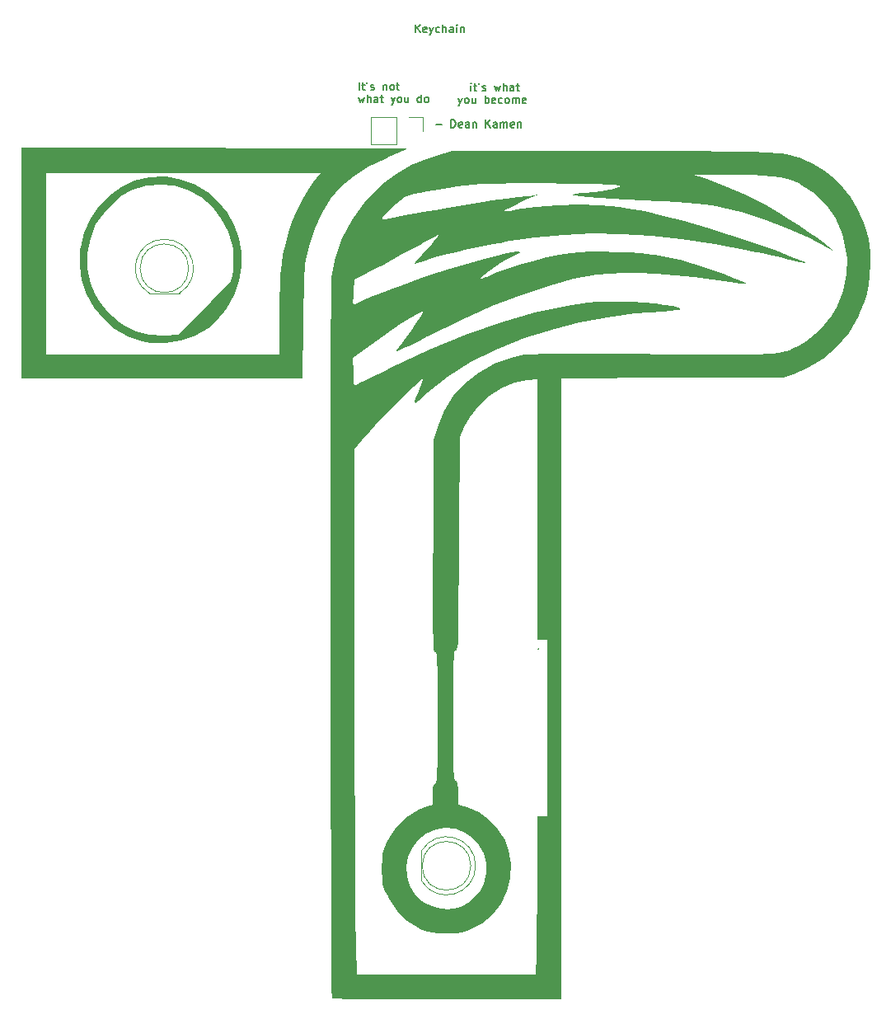
<source format=gbr>
%TF.GenerationSoftware,KiCad,Pcbnew,9.0.1*%
%TF.CreationDate,2025-04-28T16:37:28-06:00*%
%TF.ProjectId,Now were talkin,4e6f7720-7765-4726-9520-74616c6b696e,rev?*%
%TF.SameCoordinates,Original*%
%TF.FileFunction,Legend,Top*%
%TF.FilePolarity,Positive*%
%FSLAX46Y46*%
G04 Gerber Fmt 4.6, Leading zero omitted, Abs format (unit mm)*
G04 Created by KiCad (PCBNEW 9.0.1) date 2025-04-28 16:37:28*
%MOMM*%
%LPD*%
G01*
G04 APERTURE LIST*
%ADD10C,0.160000*%
%ADD11C,0.120000*%
%ADD12C,0.000000*%
G04 APERTURE END LIST*
D10*
X168795739Y-92089013D02*
X169405263Y-92089013D01*
X170395739Y-92393775D02*
X170395739Y-91593775D01*
X170395739Y-91593775D02*
X170586215Y-91593775D01*
X170586215Y-91593775D02*
X170700501Y-91631870D01*
X170700501Y-91631870D02*
X170776691Y-91708060D01*
X170776691Y-91708060D02*
X170814786Y-91784251D01*
X170814786Y-91784251D02*
X170852882Y-91936632D01*
X170852882Y-91936632D02*
X170852882Y-92050918D01*
X170852882Y-92050918D02*
X170814786Y-92203299D01*
X170814786Y-92203299D02*
X170776691Y-92279489D01*
X170776691Y-92279489D02*
X170700501Y-92355680D01*
X170700501Y-92355680D02*
X170586215Y-92393775D01*
X170586215Y-92393775D02*
X170395739Y-92393775D01*
X171500501Y-92355680D02*
X171424310Y-92393775D01*
X171424310Y-92393775D02*
X171271929Y-92393775D01*
X171271929Y-92393775D02*
X171195739Y-92355680D01*
X171195739Y-92355680D02*
X171157643Y-92279489D01*
X171157643Y-92279489D02*
X171157643Y-91974727D01*
X171157643Y-91974727D02*
X171195739Y-91898537D01*
X171195739Y-91898537D02*
X171271929Y-91860441D01*
X171271929Y-91860441D02*
X171424310Y-91860441D01*
X171424310Y-91860441D02*
X171500501Y-91898537D01*
X171500501Y-91898537D02*
X171538596Y-91974727D01*
X171538596Y-91974727D02*
X171538596Y-92050918D01*
X171538596Y-92050918D02*
X171157643Y-92127108D01*
X172224310Y-92393775D02*
X172224310Y-91974727D01*
X172224310Y-91974727D02*
X172186215Y-91898537D01*
X172186215Y-91898537D02*
X172110024Y-91860441D01*
X172110024Y-91860441D02*
X171957643Y-91860441D01*
X171957643Y-91860441D02*
X171881453Y-91898537D01*
X172224310Y-92355680D02*
X172148119Y-92393775D01*
X172148119Y-92393775D02*
X171957643Y-92393775D01*
X171957643Y-92393775D02*
X171881453Y-92355680D01*
X171881453Y-92355680D02*
X171843357Y-92279489D01*
X171843357Y-92279489D02*
X171843357Y-92203299D01*
X171843357Y-92203299D02*
X171881453Y-92127108D01*
X171881453Y-92127108D02*
X171957643Y-92089013D01*
X171957643Y-92089013D02*
X172148119Y-92089013D01*
X172148119Y-92089013D02*
X172224310Y-92050918D01*
X172605263Y-91860441D02*
X172605263Y-92393775D01*
X172605263Y-91936632D02*
X172643358Y-91898537D01*
X172643358Y-91898537D02*
X172719548Y-91860441D01*
X172719548Y-91860441D02*
X172833834Y-91860441D01*
X172833834Y-91860441D02*
X172910025Y-91898537D01*
X172910025Y-91898537D02*
X172948120Y-91974727D01*
X172948120Y-91974727D02*
X172948120Y-92393775D01*
X173938597Y-92393775D02*
X173938597Y-91593775D01*
X174395740Y-92393775D02*
X174052882Y-91936632D01*
X174395740Y-91593775D02*
X173938597Y-92050918D01*
X175081454Y-92393775D02*
X175081454Y-91974727D01*
X175081454Y-91974727D02*
X175043359Y-91898537D01*
X175043359Y-91898537D02*
X174967168Y-91860441D01*
X174967168Y-91860441D02*
X174814787Y-91860441D01*
X174814787Y-91860441D02*
X174738597Y-91898537D01*
X175081454Y-92355680D02*
X175005263Y-92393775D01*
X175005263Y-92393775D02*
X174814787Y-92393775D01*
X174814787Y-92393775D02*
X174738597Y-92355680D01*
X174738597Y-92355680D02*
X174700501Y-92279489D01*
X174700501Y-92279489D02*
X174700501Y-92203299D01*
X174700501Y-92203299D02*
X174738597Y-92127108D01*
X174738597Y-92127108D02*
X174814787Y-92089013D01*
X174814787Y-92089013D02*
X175005263Y-92089013D01*
X175005263Y-92089013D02*
X175081454Y-92050918D01*
X175462407Y-92393775D02*
X175462407Y-91860441D01*
X175462407Y-91936632D02*
X175500502Y-91898537D01*
X175500502Y-91898537D02*
X175576692Y-91860441D01*
X175576692Y-91860441D02*
X175690978Y-91860441D01*
X175690978Y-91860441D02*
X175767169Y-91898537D01*
X175767169Y-91898537D02*
X175805264Y-91974727D01*
X175805264Y-91974727D02*
X175805264Y-92393775D01*
X175805264Y-91974727D02*
X175843359Y-91898537D01*
X175843359Y-91898537D02*
X175919550Y-91860441D01*
X175919550Y-91860441D02*
X176033835Y-91860441D01*
X176033835Y-91860441D02*
X176110026Y-91898537D01*
X176110026Y-91898537D02*
X176148121Y-91974727D01*
X176148121Y-91974727D02*
X176148121Y-92393775D01*
X176833836Y-92355680D02*
X176757645Y-92393775D01*
X176757645Y-92393775D02*
X176605264Y-92393775D01*
X176605264Y-92393775D02*
X176529074Y-92355680D01*
X176529074Y-92355680D02*
X176490978Y-92279489D01*
X176490978Y-92279489D02*
X176490978Y-91974727D01*
X176490978Y-91974727D02*
X176529074Y-91898537D01*
X176529074Y-91898537D02*
X176605264Y-91860441D01*
X176605264Y-91860441D02*
X176757645Y-91860441D01*
X176757645Y-91860441D02*
X176833836Y-91898537D01*
X176833836Y-91898537D02*
X176871931Y-91974727D01*
X176871931Y-91974727D02*
X176871931Y-92050918D01*
X176871931Y-92050918D02*
X176490978Y-92127108D01*
X177214788Y-91860441D02*
X177214788Y-92393775D01*
X177214788Y-91936632D02*
X177252883Y-91898537D01*
X177252883Y-91898537D02*
X177329073Y-91860441D01*
X177329073Y-91860441D02*
X177443359Y-91860441D01*
X177443359Y-91860441D02*
X177519550Y-91898537D01*
X177519550Y-91898537D02*
X177557645Y-91974727D01*
X177557645Y-91974727D02*
X177557645Y-92393775D01*
X166754291Y-82625440D02*
X166754291Y-81825440D01*
X167211434Y-82625440D02*
X166868576Y-82168297D01*
X167211434Y-81825440D02*
X166754291Y-82282583D01*
X167859053Y-82587345D02*
X167782862Y-82625440D01*
X167782862Y-82625440D02*
X167630481Y-82625440D01*
X167630481Y-82625440D02*
X167554291Y-82587345D01*
X167554291Y-82587345D02*
X167516195Y-82511154D01*
X167516195Y-82511154D02*
X167516195Y-82206392D01*
X167516195Y-82206392D02*
X167554291Y-82130202D01*
X167554291Y-82130202D02*
X167630481Y-82092106D01*
X167630481Y-82092106D02*
X167782862Y-82092106D01*
X167782862Y-82092106D02*
X167859053Y-82130202D01*
X167859053Y-82130202D02*
X167897148Y-82206392D01*
X167897148Y-82206392D02*
X167897148Y-82282583D01*
X167897148Y-82282583D02*
X167516195Y-82358773D01*
X168163814Y-82092106D02*
X168354290Y-82625440D01*
X168544767Y-82092106D02*
X168354290Y-82625440D01*
X168354290Y-82625440D02*
X168278100Y-82815916D01*
X168278100Y-82815916D02*
X168240005Y-82854011D01*
X168240005Y-82854011D02*
X168163814Y-82892106D01*
X169192386Y-82587345D02*
X169116195Y-82625440D01*
X169116195Y-82625440D02*
X168963814Y-82625440D01*
X168963814Y-82625440D02*
X168887624Y-82587345D01*
X168887624Y-82587345D02*
X168849529Y-82549249D01*
X168849529Y-82549249D02*
X168811433Y-82473059D01*
X168811433Y-82473059D02*
X168811433Y-82244487D01*
X168811433Y-82244487D02*
X168849529Y-82168297D01*
X168849529Y-82168297D02*
X168887624Y-82130202D01*
X168887624Y-82130202D02*
X168963814Y-82092106D01*
X168963814Y-82092106D02*
X169116195Y-82092106D01*
X169116195Y-82092106D02*
X169192386Y-82130202D01*
X169535243Y-82625440D02*
X169535243Y-81825440D01*
X169878100Y-82625440D02*
X169878100Y-82206392D01*
X169878100Y-82206392D02*
X169840005Y-82130202D01*
X169840005Y-82130202D02*
X169763814Y-82092106D01*
X169763814Y-82092106D02*
X169649528Y-82092106D01*
X169649528Y-82092106D02*
X169573338Y-82130202D01*
X169573338Y-82130202D02*
X169535243Y-82168297D01*
X170601910Y-82625440D02*
X170601910Y-82206392D01*
X170601910Y-82206392D02*
X170563815Y-82130202D01*
X170563815Y-82130202D02*
X170487624Y-82092106D01*
X170487624Y-82092106D02*
X170335243Y-82092106D01*
X170335243Y-82092106D02*
X170259053Y-82130202D01*
X170601910Y-82587345D02*
X170525719Y-82625440D01*
X170525719Y-82625440D02*
X170335243Y-82625440D01*
X170335243Y-82625440D02*
X170259053Y-82587345D01*
X170259053Y-82587345D02*
X170220957Y-82511154D01*
X170220957Y-82511154D02*
X170220957Y-82434964D01*
X170220957Y-82434964D02*
X170259053Y-82358773D01*
X170259053Y-82358773D02*
X170335243Y-82320678D01*
X170335243Y-82320678D02*
X170525719Y-82320678D01*
X170525719Y-82320678D02*
X170601910Y-82282583D01*
X170982863Y-82625440D02*
X170982863Y-82092106D01*
X170982863Y-81825440D02*
X170944767Y-81863535D01*
X170944767Y-81863535D02*
X170982863Y-81901630D01*
X170982863Y-81901630D02*
X171020958Y-81863535D01*
X171020958Y-81863535D02*
X170982863Y-81825440D01*
X170982863Y-81825440D02*
X170982863Y-81901630D01*
X171363815Y-82092106D02*
X171363815Y-82625440D01*
X171363815Y-82168297D02*
X171401910Y-82130202D01*
X171401910Y-82130202D02*
X171478100Y-82092106D01*
X171478100Y-82092106D02*
X171592386Y-82092106D01*
X171592386Y-82092106D02*
X171668577Y-82130202D01*
X171668577Y-82130202D02*
X171706672Y-82206392D01*
X171706672Y-82206392D02*
X171706672Y-82625440D01*
X172422478Y-88605820D02*
X172422478Y-88072486D01*
X172422478Y-87805820D02*
X172384382Y-87843915D01*
X172384382Y-87843915D02*
X172422478Y-87882010D01*
X172422478Y-87882010D02*
X172460573Y-87843915D01*
X172460573Y-87843915D02*
X172422478Y-87805820D01*
X172422478Y-87805820D02*
X172422478Y-87882010D01*
X172689144Y-88072486D02*
X172993906Y-88072486D01*
X172803430Y-87805820D02*
X172803430Y-88491534D01*
X172803430Y-88491534D02*
X172841525Y-88567725D01*
X172841525Y-88567725D02*
X172917715Y-88605820D01*
X172917715Y-88605820D02*
X172993906Y-88605820D01*
X173298668Y-87805820D02*
X173222477Y-87958201D01*
X173603429Y-88567725D02*
X173679620Y-88605820D01*
X173679620Y-88605820D02*
X173832001Y-88605820D01*
X173832001Y-88605820D02*
X173908191Y-88567725D01*
X173908191Y-88567725D02*
X173946287Y-88491534D01*
X173946287Y-88491534D02*
X173946287Y-88453439D01*
X173946287Y-88453439D02*
X173908191Y-88377248D01*
X173908191Y-88377248D02*
X173832001Y-88339153D01*
X173832001Y-88339153D02*
X173717715Y-88339153D01*
X173717715Y-88339153D02*
X173641525Y-88301058D01*
X173641525Y-88301058D02*
X173603429Y-88224867D01*
X173603429Y-88224867D02*
X173603429Y-88186772D01*
X173603429Y-88186772D02*
X173641525Y-88110582D01*
X173641525Y-88110582D02*
X173717715Y-88072486D01*
X173717715Y-88072486D02*
X173832001Y-88072486D01*
X173832001Y-88072486D02*
X173908191Y-88110582D01*
X174822477Y-88072486D02*
X174974858Y-88605820D01*
X174974858Y-88605820D02*
X175127239Y-88224867D01*
X175127239Y-88224867D02*
X175279620Y-88605820D01*
X175279620Y-88605820D02*
X175432001Y-88072486D01*
X175736763Y-88605820D02*
X175736763Y-87805820D01*
X176079620Y-88605820D02*
X176079620Y-88186772D01*
X176079620Y-88186772D02*
X176041525Y-88110582D01*
X176041525Y-88110582D02*
X175965334Y-88072486D01*
X175965334Y-88072486D02*
X175851048Y-88072486D01*
X175851048Y-88072486D02*
X175774858Y-88110582D01*
X175774858Y-88110582D02*
X175736763Y-88148677D01*
X176803430Y-88605820D02*
X176803430Y-88186772D01*
X176803430Y-88186772D02*
X176765335Y-88110582D01*
X176765335Y-88110582D02*
X176689144Y-88072486D01*
X176689144Y-88072486D02*
X176536763Y-88072486D01*
X176536763Y-88072486D02*
X176460573Y-88110582D01*
X176803430Y-88567725D02*
X176727239Y-88605820D01*
X176727239Y-88605820D02*
X176536763Y-88605820D01*
X176536763Y-88605820D02*
X176460573Y-88567725D01*
X176460573Y-88567725D02*
X176422477Y-88491534D01*
X176422477Y-88491534D02*
X176422477Y-88415344D01*
X176422477Y-88415344D02*
X176460573Y-88339153D01*
X176460573Y-88339153D02*
X176536763Y-88301058D01*
X176536763Y-88301058D02*
X176727239Y-88301058D01*
X176727239Y-88301058D02*
X176803430Y-88262963D01*
X177070097Y-88072486D02*
X177374859Y-88072486D01*
X177184383Y-87805820D02*
X177184383Y-88491534D01*
X177184383Y-88491534D02*
X177222478Y-88567725D01*
X177222478Y-88567725D02*
X177298668Y-88605820D01*
X177298668Y-88605820D02*
X177374859Y-88605820D01*
X171127239Y-89360441D02*
X171317715Y-89893775D01*
X171508192Y-89360441D02*
X171317715Y-89893775D01*
X171317715Y-89893775D02*
X171241525Y-90084251D01*
X171241525Y-90084251D02*
X171203430Y-90122346D01*
X171203430Y-90122346D02*
X171127239Y-90160441D01*
X171927239Y-89893775D02*
X171851049Y-89855680D01*
X171851049Y-89855680D02*
X171812954Y-89817584D01*
X171812954Y-89817584D02*
X171774858Y-89741394D01*
X171774858Y-89741394D02*
X171774858Y-89512822D01*
X171774858Y-89512822D02*
X171812954Y-89436632D01*
X171812954Y-89436632D02*
X171851049Y-89398537D01*
X171851049Y-89398537D02*
X171927239Y-89360441D01*
X171927239Y-89360441D02*
X172041525Y-89360441D01*
X172041525Y-89360441D02*
X172117716Y-89398537D01*
X172117716Y-89398537D02*
X172155811Y-89436632D01*
X172155811Y-89436632D02*
X172193906Y-89512822D01*
X172193906Y-89512822D02*
X172193906Y-89741394D01*
X172193906Y-89741394D02*
X172155811Y-89817584D01*
X172155811Y-89817584D02*
X172117716Y-89855680D01*
X172117716Y-89855680D02*
X172041525Y-89893775D01*
X172041525Y-89893775D02*
X171927239Y-89893775D01*
X172879621Y-89360441D02*
X172879621Y-89893775D01*
X172536764Y-89360441D02*
X172536764Y-89779489D01*
X172536764Y-89779489D02*
X172574859Y-89855680D01*
X172574859Y-89855680D02*
X172651049Y-89893775D01*
X172651049Y-89893775D02*
X172765335Y-89893775D01*
X172765335Y-89893775D02*
X172841526Y-89855680D01*
X172841526Y-89855680D02*
X172879621Y-89817584D01*
X173870098Y-89893775D02*
X173870098Y-89093775D01*
X173870098Y-89398537D02*
X173946288Y-89360441D01*
X173946288Y-89360441D02*
X174098669Y-89360441D01*
X174098669Y-89360441D02*
X174174860Y-89398537D01*
X174174860Y-89398537D02*
X174212955Y-89436632D01*
X174212955Y-89436632D02*
X174251050Y-89512822D01*
X174251050Y-89512822D02*
X174251050Y-89741394D01*
X174251050Y-89741394D02*
X174212955Y-89817584D01*
X174212955Y-89817584D02*
X174174860Y-89855680D01*
X174174860Y-89855680D02*
X174098669Y-89893775D01*
X174098669Y-89893775D02*
X173946288Y-89893775D01*
X173946288Y-89893775D02*
X173870098Y-89855680D01*
X174898670Y-89855680D02*
X174822479Y-89893775D01*
X174822479Y-89893775D02*
X174670098Y-89893775D01*
X174670098Y-89893775D02*
X174593908Y-89855680D01*
X174593908Y-89855680D02*
X174555812Y-89779489D01*
X174555812Y-89779489D02*
X174555812Y-89474727D01*
X174555812Y-89474727D02*
X174593908Y-89398537D01*
X174593908Y-89398537D02*
X174670098Y-89360441D01*
X174670098Y-89360441D02*
X174822479Y-89360441D01*
X174822479Y-89360441D02*
X174898670Y-89398537D01*
X174898670Y-89398537D02*
X174936765Y-89474727D01*
X174936765Y-89474727D02*
X174936765Y-89550918D01*
X174936765Y-89550918D02*
X174555812Y-89627108D01*
X175622479Y-89855680D02*
X175546288Y-89893775D01*
X175546288Y-89893775D02*
X175393907Y-89893775D01*
X175393907Y-89893775D02*
X175317717Y-89855680D01*
X175317717Y-89855680D02*
X175279622Y-89817584D01*
X175279622Y-89817584D02*
X175241526Y-89741394D01*
X175241526Y-89741394D02*
X175241526Y-89512822D01*
X175241526Y-89512822D02*
X175279622Y-89436632D01*
X175279622Y-89436632D02*
X175317717Y-89398537D01*
X175317717Y-89398537D02*
X175393907Y-89360441D01*
X175393907Y-89360441D02*
X175546288Y-89360441D01*
X175546288Y-89360441D02*
X175622479Y-89398537D01*
X176079621Y-89893775D02*
X176003431Y-89855680D01*
X176003431Y-89855680D02*
X175965336Y-89817584D01*
X175965336Y-89817584D02*
X175927240Y-89741394D01*
X175927240Y-89741394D02*
X175927240Y-89512822D01*
X175927240Y-89512822D02*
X175965336Y-89436632D01*
X175965336Y-89436632D02*
X176003431Y-89398537D01*
X176003431Y-89398537D02*
X176079621Y-89360441D01*
X176079621Y-89360441D02*
X176193907Y-89360441D01*
X176193907Y-89360441D02*
X176270098Y-89398537D01*
X176270098Y-89398537D02*
X176308193Y-89436632D01*
X176308193Y-89436632D02*
X176346288Y-89512822D01*
X176346288Y-89512822D02*
X176346288Y-89741394D01*
X176346288Y-89741394D02*
X176308193Y-89817584D01*
X176308193Y-89817584D02*
X176270098Y-89855680D01*
X176270098Y-89855680D02*
X176193907Y-89893775D01*
X176193907Y-89893775D02*
X176079621Y-89893775D01*
X176689146Y-89893775D02*
X176689146Y-89360441D01*
X176689146Y-89436632D02*
X176727241Y-89398537D01*
X176727241Y-89398537D02*
X176803431Y-89360441D01*
X176803431Y-89360441D02*
X176917717Y-89360441D01*
X176917717Y-89360441D02*
X176993908Y-89398537D01*
X176993908Y-89398537D02*
X177032003Y-89474727D01*
X177032003Y-89474727D02*
X177032003Y-89893775D01*
X177032003Y-89474727D02*
X177070098Y-89398537D01*
X177070098Y-89398537D02*
X177146289Y-89360441D01*
X177146289Y-89360441D02*
X177260574Y-89360441D01*
X177260574Y-89360441D02*
X177336765Y-89398537D01*
X177336765Y-89398537D02*
X177374860Y-89474727D01*
X177374860Y-89474727D02*
X177374860Y-89893775D01*
X178060575Y-89855680D02*
X177984384Y-89893775D01*
X177984384Y-89893775D02*
X177832003Y-89893775D01*
X177832003Y-89893775D02*
X177755813Y-89855680D01*
X177755813Y-89855680D02*
X177717717Y-89779489D01*
X177717717Y-89779489D02*
X177717717Y-89474727D01*
X177717717Y-89474727D02*
X177755813Y-89398537D01*
X177755813Y-89398537D02*
X177832003Y-89360441D01*
X177832003Y-89360441D02*
X177984384Y-89360441D01*
X177984384Y-89360441D02*
X178060575Y-89398537D01*
X178060575Y-89398537D02*
X178098670Y-89474727D01*
X178098670Y-89474727D02*
X178098670Y-89550918D01*
X178098670Y-89550918D02*
X177717717Y-89627108D01*
X160942802Y-88527756D02*
X160942802Y-87727756D01*
X161209468Y-87994422D02*
X161514230Y-87994422D01*
X161323754Y-87727756D02*
X161323754Y-88413470D01*
X161323754Y-88413470D02*
X161361849Y-88489661D01*
X161361849Y-88489661D02*
X161438039Y-88527756D01*
X161438039Y-88527756D02*
X161514230Y-88527756D01*
X161818992Y-87727756D02*
X161742801Y-87880137D01*
X162123753Y-88489661D02*
X162199944Y-88527756D01*
X162199944Y-88527756D02*
X162352325Y-88527756D01*
X162352325Y-88527756D02*
X162428515Y-88489661D01*
X162428515Y-88489661D02*
X162466611Y-88413470D01*
X162466611Y-88413470D02*
X162466611Y-88375375D01*
X162466611Y-88375375D02*
X162428515Y-88299184D01*
X162428515Y-88299184D02*
X162352325Y-88261089D01*
X162352325Y-88261089D02*
X162238039Y-88261089D01*
X162238039Y-88261089D02*
X162161849Y-88222994D01*
X162161849Y-88222994D02*
X162123753Y-88146803D01*
X162123753Y-88146803D02*
X162123753Y-88108708D01*
X162123753Y-88108708D02*
X162161849Y-88032518D01*
X162161849Y-88032518D02*
X162238039Y-87994422D01*
X162238039Y-87994422D02*
X162352325Y-87994422D01*
X162352325Y-87994422D02*
X162428515Y-88032518D01*
X163418992Y-87994422D02*
X163418992Y-88527756D01*
X163418992Y-88070613D02*
X163457087Y-88032518D01*
X163457087Y-88032518D02*
X163533277Y-87994422D01*
X163533277Y-87994422D02*
X163647563Y-87994422D01*
X163647563Y-87994422D02*
X163723754Y-88032518D01*
X163723754Y-88032518D02*
X163761849Y-88108708D01*
X163761849Y-88108708D02*
X163761849Y-88527756D01*
X164257087Y-88527756D02*
X164180897Y-88489661D01*
X164180897Y-88489661D02*
X164142802Y-88451565D01*
X164142802Y-88451565D02*
X164104706Y-88375375D01*
X164104706Y-88375375D02*
X164104706Y-88146803D01*
X164104706Y-88146803D02*
X164142802Y-88070613D01*
X164142802Y-88070613D02*
X164180897Y-88032518D01*
X164180897Y-88032518D02*
X164257087Y-87994422D01*
X164257087Y-87994422D02*
X164371373Y-87994422D01*
X164371373Y-87994422D02*
X164447564Y-88032518D01*
X164447564Y-88032518D02*
X164485659Y-88070613D01*
X164485659Y-88070613D02*
X164523754Y-88146803D01*
X164523754Y-88146803D02*
X164523754Y-88375375D01*
X164523754Y-88375375D02*
X164485659Y-88451565D01*
X164485659Y-88451565D02*
X164447564Y-88489661D01*
X164447564Y-88489661D02*
X164371373Y-88527756D01*
X164371373Y-88527756D02*
X164257087Y-88527756D01*
X164752326Y-87994422D02*
X165057088Y-87994422D01*
X164866612Y-87727756D02*
X164866612Y-88413470D01*
X164866612Y-88413470D02*
X164904707Y-88489661D01*
X164904707Y-88489661D02*
X164980897Y-88527756D01*
X164980897Y-88527756D02*
X165057088Y-88527756D01*
X160866611Y-89282377D02*
X161018992Y-89815711D01*
X161018992Y-89815711D02*
X161171373Y-89434758D01*
X161171373Y-89434758D02*
X161323754Y-89815711D01*
X161323754Y-89815711D02*
X161476135Y-89282377D01*
X161780897Y-89815711D02*
X161780897Y-89015711D01*
X162123754Y-89815711D02*
X162123754Y-89396663D01*
X162123754Y-89396663D02*
X162085659Y-89320473D01*
X162085659Y-89320473D02*
X162009468Y-89282377D01*
X162009468Y-89282377D02*
X161895182Y-89282377D01*
X161895182Y-89282377D02*
X161818992Y-89320473D01*
X161818992Y-89320473D02*
X161780897Y-89358568D01*
X162847564Y-89815711D02*
X162847564Y-89396663D01*
X162847564Y-89396663D02*
X162809469Y-89320473D01*
X162809469Y-89320473D02*
X162733278Y-89282377D01*
X162733278Y-89282377D02*
X162580897Y-89282377D01*
X162580897Y-89282377D02*
X162504707Y-89320473D01*
X162847564Y-89777616D02*
X162771373Y-89815711D01*
X162771373Y-89815711D02*
X162580897Y-89815711D01*
X162580897Y-89815711D02*
X162504707Y-89777616D01*
X162504707Y-89777616D02*
X162466611Y-89701425D01*
X162466611Y-89701425D02*
X162466611Y-89625235D01*
X162466611Y-89625235D02*
X162504707Y-89549044D01*
X162504707Y-89549044D02*
X162580897Y-89510949D01*
X162580897Y-89510949D02*
X162771373Y-89510949D01*
X162771373Y-89510949D02*
X162847564Y-89472854D01*
X163114231Y-89282377D02*
X163418993Y-89282377D01*
X163228517Y-89015711D02*
X163228517Y-89701425D01*
X163228517Y-89701425D02*
X163266612Y-89777616D01*
X163266612Y-89777616D02*
X163342802Y-89815711D01*
X163342802Y-89815711D02*
X163418993Y-89815711D01*
X164218993Y-89282377D02*
X164409469Y-89815711D01*
X164599946Y-89282377D02*
X164409469Y-89815711D01*
X164409469Y-89815711D02*
X164333279Y-90006187D01*
X164333279Y-90006187D02*
X164295184Y-90044282D01*
X164295184Y-90044282D02*
X164218993Y-90082377D01*
X165018993Y-89815711D02*
X164942803Y-89777616D01*
X164942803Y-89777616D02*
X164904708Y-89739520D01*
X164904708Y-89739520D02*
X164866612Y-89663330D01*
X164866612Y-89663330D02*
X164866612Y-89434758D01*
X164866612Y-89434758D02*
X164904708Y-89358568D01*
X164904708Y-89358568D02*
X164942803Y-89320473D01*
X164942803Y-89320473D02*
X165018993Y-89282377D01*
X165018993Y-89282377D02*
X165133279Y-89282377D01*
X165133279Y-89282377D02*
X165209470Y-89320473D01*
X165209470Y-89320473D02*
X165247565Y-89358568D01*
X165247565Y-89358568D02*
X165285660Y-89434758D01*
X165285660Y-89434758D02*
X165285660Y-89663330D01*
X165285660Y-89663330D02*
X165247565Y-89739520D01*
X165247565Y-89739520D02*
X165209470Y-89777616D01*
X165209470Y-89777616D02*
X165133279Y-89815711D01*
X165133279Y-89815711D02*
X165018993Y-89815711D01*
X165971375Y-89282377D02*
X165971375Y-89815711D01*
X165628518Y-89282377D02*
X165628518Y-89701425D01*
X165628518Y-89701425D02*
X165666613Y-89777616D01*
X165666613Y-89777616D02*
X165742803Y-89815711D01*
X165742803Y-89815711D02*
X165857089Y-89815711D01*
X165857089Y-89815711D02*
X165933280Y-89777616D01*
X165933280Y-89777616D02*
X165971375Y-89739520D01*
X167304709Y-89815711D02*
X167304709Y-89015711D01*
X167304709Y-89777616D02*
X167228518Y-89815711D01*
X167228518Y-89815711D02*
X167076137Y-89815711D01*
X167076137Y-89815711D02*
X166999947Y-89777616D01*
X166999947Y-89777616D02*
X166961852Y-89739520D01*
X166961852Y-89739520D02*
X166923756Y-89663330D01*
X166923756Y-89663330D02*
X166923756Y-89434758D01*
X166923756Y-89434758D02*
X166961852Y-89358568D01*
X166961852Y-89358568D02*
X166999947Y-89320473D01*
X166999947Y-89320473D02*
X167076137Y-89282377D01*
X167076137Y-89282377D02*
X167228518Y-89282377D01*
X167228518Y-89282377D02*
X167304709Y-89320473D01*
X167799947Y-89815711D02*
X167723757Y-89777616D01*
X167723757Y-89777616D02*
X167685662Y-89739520D01*
X167685662Y-89739520D02*
X167647566Y-89663330D01*
X167647566Y-89663330D02*
X167647566Y-89434758D01*
X167647566Y-89434758D02*
X167685662Y-89358568D01*
X167685662Y-89358568D02*
X167723757Y-89320473D01*
X167723757Y-89320473D02*
X167799947Y-89282377D01*
X167799947Y-89282377D02*
X167914233Y-89282377D01*
X167914233Y-89282377D02*
X167990424Y-89320473D01*
X167990424Y-89320473D02*
X168028519Y-89358568D01*
X168028519Y-89358568D02*
X168066614Y-89434758D01*
X168066614Y-89434758D02*
X168066614Y-89663330D01*
X168066614Y-89663330D02*
X168028519Y-89739520D01*
X168028519Y-89739520D02*
X167990424Y-89777616D01*
X167990424Y-89777616D02*
X167914233Y-89815711D01*
X167914233Y-89815711D02*
X167799947Y-89815711D01*
D11*
%TO.C,D3*%
X139379867Y-109400290D02*
X142469867Y-109400290D01*
X139380037Y-109400290D02*
G75*
G02*
X140924819Y-103850290I1544830J2560000D01*
G01*
X140924915Y-103850290D02*
G75*
G02*
X142469697Y-109400290I-48J-2990000D01*
G01*
X143424867Y-106840290D02*
G75*
G02*
X138424867Y-106840290I-2500000J0D01*
G01*
X138424867Y-106840290D02*
G75*
G02*
X143424867Y-106840290I2500000J0D01*
G01*
D12*
%TO.C,G\u002A\u002A\u002A*%
G36*
X179379284Y-145827417D02*
G01*
X179398524Y-146018201D01*
X179379284Y-146041763D01*
X179283713Y-146019696D01*
X179272111Y-145934590D01*
X179330931Y-145802267D01*
X179379284Y-145827417D01*
G37*
G36*
X148514577Y-94492200D02*
G01*
X150915472Y-94494090D01*
X153205088Y-94497143D01*
X155364138Y-94501279D01*
X157373335Y-94506418D01*
X159213392Y-94512481D01*
X160865022Y-94519387D01*
X162308939Y-94527058D01*
X163525856Y-94535413D01*
X164496485Y-94544373D01*
X165201540Y-94553858D01*
X165621735Y-94563788D01*
X165740406Y-94573047D01*
X165570722Y-94665444D01*
X165164306Y-94860419D01*
X164578708Y-95131048D01*
X163871480Y-95450407D01*
X163732180Y-95512557D01*
X161921417Y-96409106D01*
X160388622Y-97378158D01*
X159102218Y-98457684D01*
X158030627Y-99685656D01*
X157142271Y-101100044D01*
X156405571Y-102738820D01*
X155788951Y-104639955D01*
X155623850Y-105262438D01*
X155530747Y-105652468D01*
X155454752Y-106041573D01*
X155393527Y-106469072D01*
X155344735Y-106974286D01*
X155306038Y-107596534D01*
X155275100Y-108375136D01*
X155249583Y-109349411D01*
X155227150Y-110558679D01*
X155205463Y-112042260D01*
X155201000Y-112376046D01*
X155124964Y-118123198D01*
X140673221Y-118123198D01*
X126221478Y-118123198D01*
X126221478Y-115711806D01*
X128793630Y-115711806D01*
X140770212Y-115711806D01*
X152746795Y-115711806D01*
X152746795Y-111640767D01*
X152756848Y-110002439D01*
X152791306Y-108624878D01*
X152856622Y-107447832D01*
X152959243Y-106411051D01*
X153105622Y-105454285D01*
X153302209Y-104517282D01*
X153555453Y-103539791D01*
X153649548Y-103208474D01*
X154045956Y-102059937D01*
X154581791Y-100822623D01*
X155201549Y-99608639D01*
X155849726Y-98530087D01*
X156234200Y-97988071D01*
X156945333Y-97063704D01*
X142869482Y-97063704D01*
X128793630Y-97063704D01*
X128793630Y-106387755D01*
X128793630Y-115711806D01*
X126221478Y-115711806D01*
X126221478Y-106387755D01*
X126221478Y-106307375D01*
X126221478Y-94491552D01*
X146021689Y-94491552D01*
X148514577Y-94492200D01*
G37*
G36*
X141129529Y-97443380D02*
G01*
X142700499Y-97722742D01*
X144124968Y-98262892D01*
X145389197Y-99031787D01*
X146479447Y-99997384D01*
X147381977Y-101127643D01*
X148083048Y-102390520D01*
X148568921Y-103753974D01*
X148825855Y-105185963D01*
X148840112Y-106654444D01*
X148597950Y-108127375D01*
X148085632Y-109572715D01*
X147289417Y-110958421D01*
X147059355Y-111272295D01*
X146560188Y-111874134D01*
X146023992Y-112441788D01*
X145548245Y-112873811D01*
X145444927Y-112952519D01*
X144068946Y-113757431D01*
X142583450Y-114293239D01*
X141043418Y-114548558D01*
X139503826Y-114512006D01*
X138655884Y-114358241D01*
X137172990Y-113840247D01*
X135838091Y-113061713D01*
X134674922Y-112058638D01*
X133707219Y-110867020D01*
X132958721Y-109522859D01*
X132453161Y-108062151D01*
X132214278Y-106520896D01*
X132253455Y-105315215D01*
X133038328Y-105315215D01*
X133054987Y-106864392D01*
X133363234Y-108378316D01*
X133852131Y-109592243D01*
X134289023Y-110291009D01*
X134900140Y-111058035D01*
X135599476Y-111800456D01*
X136301022Y-112425403D01*
X136799202Y-112774370D01*
X138043393Y-113351099D01*
X139379560Y-113662188D01*
X140869700Y-113721901D01*
X140910089Y-113720270D01*
X142336041Y-113660097D01*
X144979635Y-111028673D01*
X145742269Y-110263983D01*
X146433042Y-109560785D01*
X147017323Y-108955189D01*
X147460480Y-108483306D01*
X147727884Y-108181245D01*
X147787125Y-108101251D01*
X147913345Y-107696423D01*
X148000090Y-107068311D01*
X148043193Y-106313204D01*
X148038487Y-105527392D01*
X147981803Y-104807167D01*
X147941040Y-104544966D01*
X147505603Y-103086318D01*
X146766526Y-101711319D01*
X145860645Y-100573957D01*
X144706732Y-99563357D01*
X143415490Y-98829337D01*
X142025367Y-98379258D01*
X140574809Y-98220484D01*
X139102262Y-98360376D01*
X137646173Y-98806297D01*
X137340154Y-98942295D01*
X136594748Y-99393082D01*
X135787892Y-100044061D01*
X135006548Y-100810208D01*
X134337675Y-101606497D01*
X133878982Y-102326483D01*
X133313059Y-103784630D01*
X133038328Y-105315215D01*
X132253455Y-105315215D01*
X132265807Y-104935091D01*
X132297083Y-104714560D01*
X132688867Y-103144287D01*
X133336646Y-101711520D01*
X134209545Y-100441674D01*
X135276691Y-99360166D01*
X136507209Y-98492413D01*
X137870225Y-97863831D01*
X139334867Y-97499836D01*
X140870259Y-97425846D01*
X141129529Y-97443380D01*
G37*
G36*
X187068947Y-94793510D02*
G01*
X189800941Y-94800839D01*
X192231388Y-94807946D01*
X194380255Y-94815684D01*
X196267511Y-94824903D01*
X197913125Y-94836456D01*
X199337066Y-94851193D01*
X200559302Y-94869966D01*
X201599803Y-94893627D01*
X202478537Y-94923026D01*
X203215474Y-94959016D01*
X203830581Y-95002447D01*
X204343828Y-95054171D01*
X204775183Y-95115040D01*
X205144616Y-95185905D01*
X205472095Y-95267617D01*
X205777588Y-95361027D01*
X206081066Y-95466988D01*
X206402495Y-95586351D01*
X206497344Y-95621883D01*
X207591435Y-96137146D01*
X208723469Y-96852270D01*
X209777732Y-97684725D01*
X210638510Y-98551982D01*
X210687099Y-98610126D01*
X211377628Y-99569227D01*
X212052423Y-100723690D01*
X212646926Y-101951084D01*
X213096581Y-103128982D01*
X213135241Y-103252945D01*
X213271987Y-103805590D01*
X213360990Y-104441486D01*
X213409294Y-105237168D01*
X213423945Y-106269171D01*
X213423832Y-106387755D01*
X213398583Y-107593814D01*
X213313377Y-108580167D01*
X213145851Y-109446423D01*
X212873640Y-110292190D01*
X212474378Y-111217076D01*
X212223609Y-111733301D01*
X211207785Y-113459674D01*
X210007750Y-114923943D01*
X208617291Y-116131752D01*
X207030198Y-117088745D01*
X205726692Y-117638343D01*
X204591731Y-118041775D01*
X193137618Y-118087596D01*
X181683504Y-118133417D01*
X181683504Y-150039067D01*
X181683504Y-181944717D01*
X169943015Y-181944717D01*
X167627658Y-181943650D01*
X165615577Y-181940244D01*
X163888532Y-181934187D01*
X162428287Y-181925168D01*
X161216603Y-181912879D01*
X160235244Y-181897007D01*
X159465972Y-181877243D01*
X158890548Y-181853275D01*
X158490735Y-181824795D01*
X158248296Y-181791490D01*
X158144993Y-181753051D01*
X158139092Y-181743768D01*
X158127854Y-181549743D01*
X158116987Y-181051655D01*
X158106506Y-180266960D01*
X158096425Y-179213114D01*
X158086758Y-177907573D01*
X158077521Y-176367793D01*
X158068726Y-174611230D01*
X158060390Y-172655340D01*
X158052525Y-170517578D01*
X158045146Y-168215401D01*
X158038268Y-165766265D01*
X158031904Y-163187625D01*
X158026070Y-160496938D01*
X158020780Y-157711659D01*
X158016047Y-154849244D01*
X158011887Y-151927150D01*
X158008313Y-148962832D01*
X158005340Y-145973746D01*
X158002983Y-142977348D01*
X158001255Y-139991094D01*
X158000171Y-137032440D01*
X157999745Y-134118842D01*
X157999992Y-131267755D01*
X158000926Y-128496637D01*
X158002561Y-125822942D01*
X158004912Y-123264127D01*
X158007993Y-120837647D01*
X158011818Y-118560959D01*
X158016402Y-116451519D01*
X158017438Y-116079406D01*
X160285783Y-116079406D01*
X160326403Y-117505842D01*
X160353488Y-118131033D01*
X160391850Y-118605591D01*
X160435033Y-118860458D01*
X160455327Y-118884623D01*
X160617490Y-118803289D01*
X161028968Y-118598640D01*
X161650906Y-118289951D01*
X162444449Y-117896496D01*
X163370739Y-117437550D01*
X164321478Y-116966766D01*
X168180544Y-115162207D01*
X171911308Y-113632266D01*
X175508464Y-112378676D01*
X178966705Y-111403172D01*
X182280723Y-110707486D01*
X184432826Y-110397032D01*
X185445645Y-110311057D01*
X186579495Y-110268395D01*
X187784155Y-110265640D01*
X189009407Y-110299392D01*
X190205030Y-110366247D01*
X191320804Y-110462802D01*
X192306510Y-110585654D01*
X193111927Y-110731400D01*
X193686836Y-110896637D01*
X193948404Y-111041823D01*
X193848397Y-111094396D01*
X193483251Y-111152459D01*
X192909113Y-111209306D01*
X192182132Y-111258231D01*
X192099670Y-111262613D01*
X189211881Y-111487660D01*
X186405111Y-111867665D01*
X183565448Y-112421005D01*
X180990805Y-113054697D01*
X177848321Y-114017942D01*
X174974813Y-115155813D01*
X172368822Y-116469045D01*
X170028888Y-117958371D01*
X167993196Y-119588817D01*
X167473576Y-120048886D01*
X167045120Y-120415410D01*
X166761774Y-120642996D01*
X166678152Y-120695350D01*
X166652804Y-120559780D01*
X166742405Y-120195002D01*
X166927557Y-119663913D01*
X167188863Y-119029410D01*
X167199057Y-119006313D01*
X167381227Y-118564305D01*
X167481390Y-118260399D01*
X167487073Y-118180775D01*
X167348512Y-118257602D01*
X167023730Y-118531378D01*
X166548542Y-118966514D01*
X165958762Y-119527421D01*
X165290204Y-120178509D01*
X164578683Y-120884189D01*
X163860014Y-121608870D01*
X163170011Y-122316963D01*
X162544488Y-122972878D01*
X162019260Y-123541027D01*
X161630142Y-123985818D01*
X161563408Y-124067246D01*
X160463250Y-125434296D01*
X160463250Y-146589799D01*
X160464095Y-149297133D01*
X160466558Y-151996184D01*
X160470537Y-154660664D01*
X160475927Y-157264284D01*
X160482626Y-159780757D01*
X160490528Y-162183794D01*
X160499531Y-164447107D01*
X160509531Y-166544407D01*
X160520423Y-168449406D01*
X160532105Y-170135815D01*
X160544472Y-171577346D01*
X160557421Y-172747711D01*
X160569695Y-173558934D01*
X160676140Y-179372565D01*
X169893746Y-179372565D01*
X179111352Y-179372565D01*
X179117082Y-177403261D01*
X179124019Y-176479487D01*
X179138291Y-175522280D01*
X179157637Y-174660245D01*
X179174341Y-174147881D01*
X179188355Y-173653881D01*
X179202531Y-172892549D01*
X179216211Y-171918073D01*
X179228737Y-170784638D01*
X179239451Y-169546433D01*
X179247697Y-168257643D01*
X179248990Y-167998831D01*
X179272111Y-163135856D01*
X179754390Y-163135856D01*
X180236668Y-163135856D01*
X180236668Y-154052945D01*
X180236668Y-144970033D01*
X179754390Y-144970033D01*
X179272111Y-144970033D01*
X179272111Y-131604986D01*
X179272111Y-118239938D01*
X178267307Y-118320594D01*
X176885923Y-118586059D01*
X175546320Y-119134520D01*
X174300220Y-119927609D01*
X173199345Y-120926956D01*
X172295417Y-122094193D01*
X171728220Y-123171451D01*
X171314929Y-124151679D01*
X171213903Y-133556109D01*
X171194901Y-135320367D01*
X171176377Y-137031338D01*
X171158713Y-138654284D01*
X171142293Y-140154466D01*
X171127498Y-141497145D01*
X171114711Y-142647583D01*
X171104314Y-143571041D01*
X171096689Y-144232780D01*
X171093128Y-144527945D01*
X171075175Y-145268614D01*
X171037946Y-145740789D01*
X170972643Y-145997322D01*
X170870470Y-146091067D01*
X170832238Y-146095350D01*
X170772349Y-146127381D01*
X170723080Y-146241926D01*
X170683431Y-146466662D01*
X170652402Y-146829267D01*
X170628993Y-147357419D01*
X170612203Y-148078795D01*
X170601031Y-149021073D01*
X170594477Y-150211931D01*
X170591541Y-151679046D01*
X170591099Y-152766869D01*
X170592357Y-154428649D01*
X170596772Y-155796272D01*
X170605306Y-156897094D01*
X170618919Y-157758470D01*
X170638572Y-158407754D01*
X170665227Y-158872302D01*
X170699844Y-159179468D01*
X170743384Y-159356607D01*
X170796808Y-159431075D01*
X170825476Y-159438388D01*
X170953334Y-159515035D01*
X171037010Y-159780104D01*
X171088612Y-160286284D01*
X171106805Y-160662693D01*
X171153757Y-161886999D01*
X172069399Y-162169812D01*
X173225005Y-162684826D01*
X174287878Y-163459015D01*
X175199904Y-164431903D01*
X175902968Y-165543014D01*
X176298159Y-166570352D01*
X176542720Y-168041788D01*
X176486578Y-169474492D01*
X176145790Y-170832165D01*
X175536412Y-172078506D01*
X174674505Y-173177218D01*
X173576123Y-174092001D01*
X172763446Y-174560744D01*
X172249913Y-174804798D01*
X171834737Y-174963753D01*
X171422603Y-175055789D01*
X170918198Y-175099087D01*
X170226208Y-175111826D01*
X169871061Y-175112438D01*
X169061731Y-175105322D01*
X168482712Y-175073757D01*
X168042928Y-175002418D01*
X167651300Y-174875980D01*
X167216750Y-174679119D01*
X167175335Y-174658853D01*
X165903053Y-173858692D01*
X164826867Y-172816239D01*
X163984108Y-171568786D01*
X163880866Y-171367772D01*
X163609354Y-170802133D01*
X163434441Y-170360346D01*
X163335016Y-169940179D01*
X163289964Y-169439405D01*
X163278172Y-168755792D01*
X163278001Y-168448693D01*
X163279644Y-168265441D01*
X165781541Y-168265441D01*
X165834647Y-169254445D01*
X166120730Y-170209381D01*
X166645987Y-171082506D01*
X167416615Y-171826075D01*
X167806941Y-172083580D01*
X168884797Y-172546424D01*
X169987204Y-172689800D01*
X171102984Y-172512843D01*
X171505758Y-172370564D01*
X172161525Y-171986542D01*
X172824282Y-171404800D01*
X173391453Y-170729896D01*
X173756790Y-170076021D01*
X174022926Y-168992866D01*
X174006982Y-167940436D01*
X173741364Y-166955268D01*
X173258479Y-166073899D01*
X172590733Y-165332866D01*
X171770534Y-164768706D01*
X170830286Y-164417955D01*
X169802398Y-164317151D01*
X168793774Y-164480450D01*
X167774948Y-164923632D01*
X166958115Y-165571466D01*
X166349472Y-166376208D01*
X165955215Y-167290114D01*
X165781541Y-168265441D01*
X163279644Y-168265441D01*
X163284978Y-167670392D01*
X163317484Y-167114056D01*
X163395265Y-166680185D01*
X163538066Y-166269276D01*
X163765633Y-165781829D01*
X163834785Y-165642941D01*
X164242398Y-164946224D01*
X164747006Y-164246146D01*
X165178023Y-163757353D01*
X165710035Y-163302153D01*
X166352431Y-162852743D01*
X167022270Y-162456983D01*
X167636609Y-162162730D01*
X168112507Y-162017843D01*
X168205383Y-162010540D01*
X168361674Y-161972765D01*
X168451253Y-161814466D01*
X168491857Y-161468180D01*
X168501225Y-160885223D01*
X168515406Y-160273820D01*
X168566398Y-159923895D01*
X168666871Y-159776314D01*
X168742364Y-159759907D01*
X168801926Y-159727958D01*
X168850988Y-159613767D01*
X168890533Y-159389816D01*
X168921543Y-159028590D01*
X168945002Y-158502571D01*
X168961892Y-157784242D01*
X168973196Y-156846087D01*
X168979896Y-155660589D01*
X168982976Y-154200232D01*
X168983504Y-153008008D01*
X168982473Y-151345024D01*
X168978696Y-149975737D01*
X168971145Y-148872329D01*
X168958792Y-148006983D01*
X168940610Y-147351880D01*
X168915571Y-146879204D01*
X168882648Y-146561136D01*
X168840813Y-146369859D01*
X168789039Y-146277556D01*
X168734089Y-146256109D01*
X168684965Y-146231300D01*
X168643012Y-146142200D01*
X168607831Y-145966796D01*
X168579026Y-145683078D01*
X168556199Y-145269035D01*
X168538953Y-144702656D01*
X168526891Y-143961930D01*
X168519615Y-143024845D01*
X168516727Y-141869391D01*
X168517832Y-140473556D01*
X168522530Y-138815330D01*
X168530426Y-136872700D01*
X168537483Y-135364654D01*
X168590291Y-124473198D01*
X168999794Y-123161155D01*
X169689407Y-121471037D01*
X170637544Y-119955910D01*
X171821755Y-118634469D01*
X173219591Y-117525412D01*
X174808601Y-116647432D01*
X176566336Y-116019227D01*
X177919870Y-115732679D01*
X178298538Y-115695551D01*
X178914328Y-115665774D01*
X179777679Y-115643290D01*
X180899030Y-115628042D01*
X182288819Y-115619971D01*
X183957485Y-115619020D01*
X185915465Y-115625129D01*
X188173199Y-115638242D01*
X190741126Y-115658299D01*
X190954936Y-115660156D01*
X193311373Y-115680432D01*
X195369931Y-115696500D01*
X197154238Y-115707119D01*
X198687921Y-115711045D01*
X199994607Y-115707036D01*
X201097923Y-115693848D01*
X202021496Y-115670240D01*
X202788953Y-115634969D01*
X203423921Y-115586791D01*
X203950026Y-115524464D01*
X204390897Y-115446745D01*
X204770161Y-115352393D01*
X205111443Y-115240163D01*
X205438372Y-115108813D01*
X205774574Y-114957101D01*
X205958187Y-114871031D01*
X206862963Y-114327866D01*
X207799000Y-113564190D01*
X208685862Y-112660988D01*
X209443116Y-111699244D01*
X209943429Y-110858578D01*
X210625513Y-109157589D01*
X210989949Y-107479763D01*
X211038087Y-105808101D01*
X210771281Y-104125601D01*
X210541387Y-103337990D01*
X209857857Y-101751553D01*
X208938281Y-100376028D01*
X207792732Y-99223162D01*
X206431285Y-98304702D01*
X206061836Y-98114771D01*
X205471239Y-97854774D01*
X204859776Y-97648777D01*
X204182394Y-97491314D01*
X203394040Y-97376917D01*
X202449659Y-97300119D01*
X201304199Y-97255452D01*
X199912606Y-97237449D01*
X198832947Y-97237534D01*
X195267681Y-97250605D01*
X196392997Y-97619763D01*
X198532269Y-98390842D01*
X200558497Y-99273813D01*
X202586349Y-100321863D01*
X204051844Y-101172321D01*
X205064098Y-101796127D01*
X206083191Y-102447574D01*
X207054122Y-103089542D01*
X207921891Y-103684912D01*
X208631497Y-104196565D01*
X209127939Y-104587382D01*
X209182403Y-104634874D01*
X209736035Y-105127694D01*
X209147645Y-104788991D01*
X207106938Y-103715638D01*
X204859930Y-102712343D01*
X202513304Y-101819648D01*
X200173744Y-101078093D01*
X197947932Y-100528217D01*
X197920212Y-100522509D01*
X197163475Y-100378294D01*
X196414080Y-100262604D01*
X195609050Y-100169484D01*
X194685406Y-100092977D01*
X193580171Y-100027130D01*
X192230365Y-99965988D01*
X191891731Y-99952474D01*
X190085233Y-99876697D01*
X188420758Y-99796915D01*
X186923850Y-99714882D01*
X185620052Y-99632353D01*
X184534909Y-99551083D01*
X183693964Y-99472827D01*
X183122760Y-99399340D01*
X182846843Y-99332376D01*
X182844199Y-99330941D01*
X182883740Y-99264441D01*
X183201140Y-99197437D01*
X183752837Y-99137430D01*
X184118648Y-99111434D01*
X184957712Y-99034767D01*
X185838085Y-98913135D01*
X186598166Y-98769741D01*
X186747428Y-98733982D01*
X187872744Y-98447874D01*
X187229706Y-98299298D01*
X186932786Y-98266826D01*
X186351906Y-98235799D01*
X185524626Y-98207076D01*
X184488503Y-98181521D01*
X183281099Y-98159995D01*
X181939970Y-98143358D01*
X180502676Y-98132473D01*
X179834769Y-98129682D01*
X178106178Y-98125161D01*
X176650858Y-98125764D01*
X175420564Y-98135146D01*
X174367052Y-98156964D01*
X173442077Y-98194874D01*
X172597394Y-98252534D01*
X171784758Y-98333599D01*
X170955926Y-98441726D01*
X170062652Y-98580573D01*
X169056691Y-98753795D01*
X167889799Y-98965050D01*
X167241250Y-99084182D01*
X166518959Y-99226039D01*
X166008708Y-99365874D01*
X165604927Y-99551661D01*
X165202047Y-99831372D01*
X164723257Y-100228417D01*
X164212152Y-100685322D01*
X163772961Y-101114818D01*
X163485490Y-101437974D01*
X163450035Y-101487717D01*
X163287821Y-101761233D01*
X163347586Y-101838613D01*
X163637016Y-101797161D01*
X163924241Y-101743231D01*
X164473138Y-101639337D01*
X165229554Y-101495761D01*
X166139337Y-101322784D01*
X167148334Y-101130687D01*
X167449281Y-101073345D01*
X168710278Y-100842009D01*
X170121425Y-100598397D01*
X171618766Y-100352272D01*
X173138344Y-100113401D01*
X174616204Y-99891546D01*
X175988389Y-99696474D01*
X177190943Y-99537948D01*
X178159911Y-99425733D01*
X178387934Y-99403262D01*
X179352491Y-99313373D01*
X178510381Y-99624946D01*
X178056164Y-99810362D01*
X177508742Y-100058693D01*
X176938249Y-100334551D01*
X176414818Y-100602551D01*
X176008583Y-100827305D01*
X175789680Y-100973428D01*
X175772725Y-101006240D01*
X175939671Y-100997857D01*
X176342486Y-100942592D01*
X176900825Y-100851736D01*
X177021478Y-100830746D01*
X179088061Y-100542281D01*
X181288957Y-100369329D01*
X183527153Y-100313168D01*
X185705632Y-100375081D01*
X187727381Y-100556346D01*
X188567399Y-100678391D01*
X190264203Y-101004335D01*
X192201447Y-101454732D01*
X194329717Y-102014905D01*
X196599596Y-102670178D01*
X198961668Y-103405872D01*
X201366517Y-104207312D01*
X203764728Y-105059820D01*
X205443058Y-105690643D01*
X206065295Y-105937079D01*
X206549450Y-106142073D01*
X206834563Y-106279014D01*
X206883766Y-106319560D01*
X206714442Y-106307123D01*
X206314249Y-106225773D01*
X205762279Y-106092030D01*
X205630540Y-106057797D01*
X205105894Y-105929144D01*
X204334421Y-105752247D01*
X203384518Y-105542183D01*
X202324581Y-105314025D01*
X201223007Y-105082847D01*
X200970730Y-105030789D01*
X197412426Y-104355437D01*
X194077699Y-103844720D01*
X190915045Y-103496829D01*
X187872958Y-103309955D01*
X184899934Y-103282287D01*
X181944466Y-103412017D01*
X178955050Y-103697336D01*
X175880182Y-104136432D01*
X175815782Y-104147048D01*
X174669023Y-104352011D01*
X173412649Y-104602862D01*
X172115795Y-104883465D01*
X170847597Y-105177686D01*
X169677189Y-105469393D01*
X168673709Y-105742450D01*
X167906290Y-105980724D01*
X167803805Y-106016781D01*
X167262029Y-106202079D01*
X166851771Y-106323685D01*
X166652841Y-106358243D01*
X166646889Y-106355359D01*
X166726462Y-106222392D01*
X166985665Y-105902743D01*
X167384112Y-105444185D01*
X167881420Y-104894489D01*
X167886556Y-104888909D01*
X168383874Y-104337799D01*
X168781412Y-103876069D01*
X169039095Y-103551808D01*
X169116850Y-103413105D01*
X169116597Y-103412831D01*
X168960523Y-103463224D01*
X168580553Y-103648549D01*
X168030145Y-103941110D01*
X167362759Y-104313213D01*
X167207893Y-104401653D01*
X166388480Y-104863449D01*
X165390228Y-105413611D01*
X164320358Y-105993720D01*
X163286087Y-106545354D01*
X162927877Y-106733696D01*
X160489338Y-108009693D01*
X160376350Y-109215446D01*
X160332610Y-109804841D01*
X160320368Y-110259625D01*
X160341474Y-110494444D01*
X160348367Y-110506204D01*
X160533177Y-110498461D01*
X160869143Y-110365505D01*
X160904540Y-110347559D01*
X161414454Y-110108812D01*
X162169842Y-109787927D01*
X163112209Y-109407533D01*
X164183060Y-108990260D01*
X165323898Y-108558741D01*
X166476228Y-108135604D01*
X167581553Y-107743479D01*
X168064149Y-107577699D01*
X169137328Y-107226133D01*
X170291091Y-106870085D01*
X171483776Y-106520272D01*
X172673717Y-106187407D01*
X173819252Y-105882206D01*
X174878718Y-105615383D01*
X175810450Y-105397653D01*
X176572785Y-105239731D01*
X177124059Y-105152332D01*
X177422609Y-105146170D01*
X177457001Y-105162097D01*
X177360220Y-105260350D01*
X177038078Y-105451971D01*
X176557920Y-105697289D01*
X176506918Y-105721762D01*
X176014813Y-105984344D01*
X175441746Y-106332149D01*
X174845100Y-106724501D01*
X174282253Y-107120721D01*
X173810588Y-107480134D01*
X173487485Y-107762062D01*
X173370326Y-107925829D01*
X173376629Y-107940796D01*
X173552701Y-107922026D01*
X173904841Y-107783960D01*
X174072039Y-107703069D01*
X174952143Y-107311621D01*
X176074686Y-106898218D01*
X177363549Y-106484446D01*
X178742615Y-106091892D01*
X180135763Y-105742142D01*
X181466876Y-105456782D01*
X182659836Y-105257397D01*
X182728440Y-105248234D01*
X183599557Y-105172905D01*
X184709392Y-105135737D01*
X185977693Y-105134477D01*
X187324210Y-105166869D01*
X188668692Y-105230658D01*
X189930888Y-105323592D01*
X191030547Y-105443413D01*
X191358354Y-105490689D01*
X193867389Y-105985566D01*
X196353295Y-106692345D01*
X198517196Y-107477416D01*
X199300226Y-107792956D01*
X199959203Y-108069020D01*
X200444622Y-108284016D01*
X200706976Y-108416355D01*
X200738246Y-108446093D01*
X200562838Y-108448559D01*
X200141583Y-108403859D01*
X199545301Y-108320477D01*
X199096326Y-108249376D01*
X197225932Y-107970964D01*
X195293299Y-107739328D01*
X193352041Y-107557397D01*
X191455771Y-107428099D01*
X189658106Y-107354364D01*
X188012659Y-107339121D01*
X186573045Y-107385297D01*
X185392878Y-107495823D01*
X185367481Y-107499391D01*
X182960360Y-107948392D01*
X180355132Y-108639318D01*
X177561391Y-109568665D01*
X174588730Y-110732929D01*
X171446745Y-112128607D01*
X168145028Y-113752196D01*
X167904229Y-113876332D01*
X167010566Y-114333639D01*
X166207575Y-114735517D01*
X165541120Y-115059747D01*
X165057063Y-115284105D01*
X164801269Y-115386372D01*
X164779532Y-115390287D01*
X164748330Y-115290965D01*
X164911233Y-115043235D01*
X164995291Y-114948198D01*
X165345228Y-114531461D01*
X165797907Y-113936100D01*
X166288395Y-113253925D01*
X166751755Y-112576747D01*
X167123053Y-111996376D01*
X167289527Y-111704424D01*
X167552474Y-111195942D01*
X166861343Y-111543670D01*
X166161012Y-111937099D01*
X165243867Y-112518516D01*
X164138792Y-113268526D01*
X162874670Y-114167738D01*
X162022302Y-114792715D01*
X160285783Y-116079406D01*
X158017438Y-116079406D01*
X158021759Y-114526782D01*
X158027903Y-112804204D01*
X158034849Y-111301241D01*
X158042610Y-110035350D01*
X158051203Y-109023986D01*
X158060639Y-108284605D01*
X158070935Y-107834662D01*
X158078273Y-107704203D01*
X158485858Y-105698517D01*
X159195020Y-103742958D01*
X160185936Y-101878894D01*
X161438784Y-100147691D01*
X162008779Y-99501726D01*
X163347714Y-98208218D01*
X164757602Y-97142422D01*
X166306465Y-96262915D01*
X168062322Y-95528270D01*
X169098594Y-95183945D01*
X170510719Y-94749254D01*
X187068947Y-94793510D01*
G37*
D11*
%TO.C,D4*%
X167342356Y-166659690D02*
X167342356Y-169749690D01*
X167342356Y-166659860D02*
G75*
G02*
X172892356Y-168204642I2560000J-1544830D01*
G01*
X172892356Y-168204738D02*
G75*
G02*
X167342356Y-169749520I-2990000J48D01*
G01*
X172402356Y-168204690D02*
G75*
G02*
X167402356Y-168204690I-2500000J0D01*
G01*
X167402356Y-168204690D02*
G75*
G02*
X172402356Y-168204690I2500000J0D01*
G01*
%TO.C,M2*%
X162152711Y-91338134D02*
X162152711Y-94098134D01*
X164802711Y-91338134D02*
X162152711Y-91338134D01*
X164802711Y-91338134D02*
X164802711Y-94098134D01*
X164802711Y-94098134D02*
X162152711Y-94098134D01*
X166072711Y-91338134D02*
X167452711Y-91338134D01*
X167452711Y-91338134D02*
X167452711Y-92718134D01*
%TD*%
M02*

</source>
